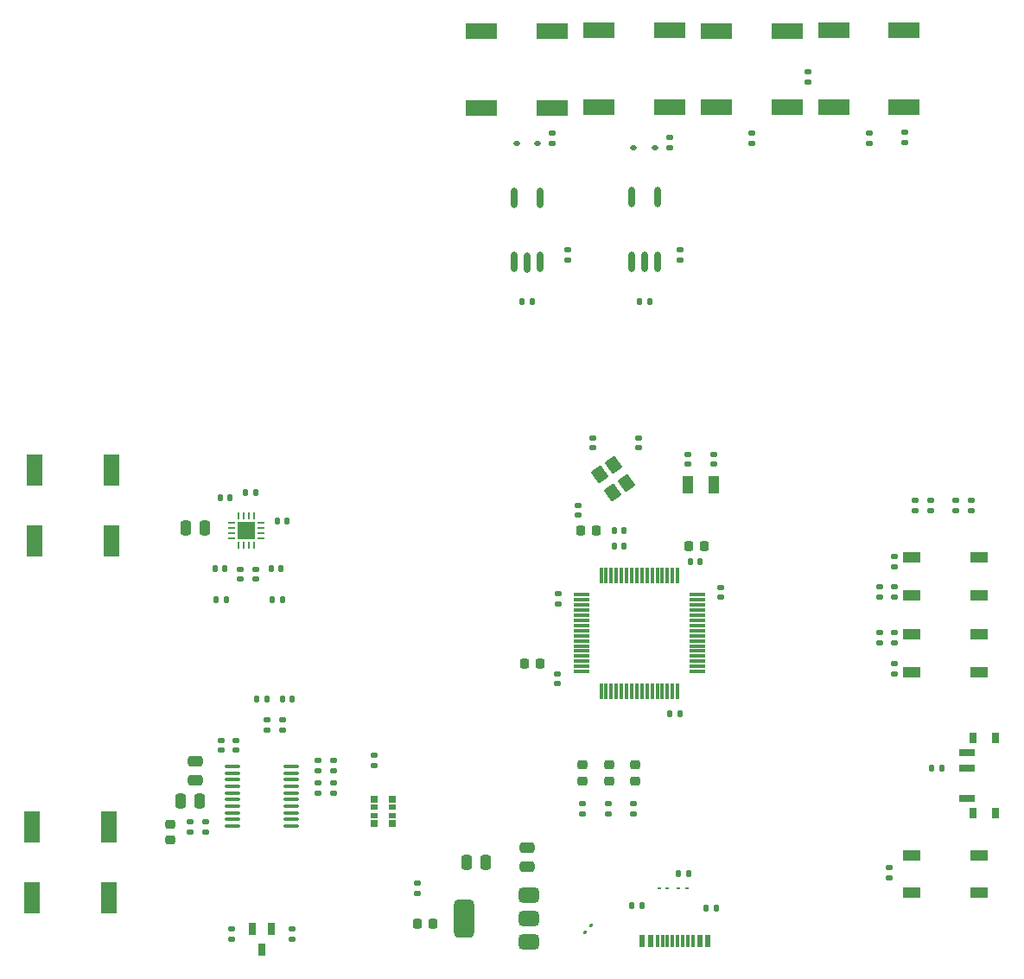
<source format=gtp>
G04 #@! TF.GenerationSoftware,KiCad,Pcbnew,8.0.5*
G04 #@! TF.CreationDate,2024-12-21T22:20:06-05:00*
G04 #@! TF.ProjectId,stm-midi-poc1,73746d2d-6d69-4646-992d-706f63312e6b,1*
G04 #@! TF.SameCoordinates,Original*
G04 #@! TF.FileFunction,Paste,Top*
G04 #@! TF.FilePolarity,Positive*
%FSLAX46Y46*%
G04 Gerber Fmt 4.6, Leading zero omitted, Abs format (unit mm)*
G04 Created by KiCad (PCBNEW 8.0.5) date 2024-12-21 22:20:06*
%MOMM*%
%LPD*%
G01*
G04 APERTURE LIST*
G04 Aperture macros list*
%AMRoundRect*
0 Rectangle with rounded corners*
0 $1 Rounding radius*
0 $2 $3 $4 $5 $6 $7 $8 $9 X,Y pos of 4 corners*
0 Add a 4 corners polygon primitive as box body*
4,1,4,$2,$3,$4,$5,$6,$7,$8,$9,$2,$3,0*
0 Add four circle primitives for the rounded corners*
1,1,$1+$1,$2,$3*
1,1,$1+$1,$4,$5*
1,1,$1+$1,$6,$7*
1,1,$1+$1,$8,$9*
0 Add four rect primitives between the rounded corners*
20,1,$1+$1,$2,$3,$4,$5,0*
20,1,$1+$1,$4,$5,$6,$7,0*
20,1,$1+$1,$6,$7,$8,$9,0*
20,1,$1+$1,$8,$9,$2,$3,0*%
%AMRotRect*
0 Rectangle, with rotation*
0 The origin of the aperture is its center*
0 $1 length*
0 $2 width*
0 $3 Rotation angle, in degrees counterclockwise*
0 Add horizontal line*
21,1,$1,$2,0,0,$3*%
G04 Aperture macros list end*
%ADD10RoundRect,0.075000X-0.075000X0.700000X-0.075000X-0.700000X0.075000X-0.700000X0.075000X0.700000X0*%
%ADD11RoundRect,0.075000X-0.700000X0.075000X-0.700000X-0.075000X0.700000X-0.075000X0.700000X0.075000X0*%
%ADD12RoundRect,0.140000X0.170000X-0.140000X0.170000X0.140000X-0.170000X0.140000X-0.170000X-0.140000X0*%
%ADD13R,3.100000X1.500000*%
%ADD14RoundRect,0.225000X-0.250000X0.225000X-0.250000X-0.225000X0.250000X-0.225000X0.250000X0.225000X0*%
%ADD15RoundRect,0.135000X-0.185000X0.135000X-0.185000X-0.135000X0.185000X-0.135000X0.185000X0.135000X0*%
%ADD16RoundRect,0.140000X0.140000X0.170000X-0.140000X0.170000X-0.140000X-0.170000X0.140000X-0.170000X0*%
%ADD17R,1.700000X1.000000*%
%ADD18RoundRect,0.100000X-0.637500X-0.100000X0.637500X-0.100000X0.637500X0.100000X-0.637500X0.100000X0*%
%ADD19RoundRect,0.135000X0.185000X-0.135000X0.185000X0.135000X-0.185000X0.135000X-0.185000X-0.135000X0*%
%ADD20R,0.700000X1.250000*%
%ADD21RoundRect,0.140000X-0.140000X-0.170000X0.140000X-0.170000X0.140000X0.170000X-0.140000X0.170000X0*%
%ADD22RoundRect,0.140000X-0.170000X0.140000X-0.170000X-0.140000X0.170000X-0.140000X0.170000X0.140000X0*%
%ADD23RoundRect,0.062500X0.117500X0.062500X-0.117500X0.062500X-0.117500X-0.062500X0.117500X-0.062500X0*%
%ADD24RoundRect,0.250000X-0.250000X-0.475000X0.250000X-0.475000X0.250000X0.475000X-0.250000X0.475000X0*%
%ADD25RoundRect,0.218750X0.256250X-0.218750X0.256250X0.218750X-0.256250X0.218750X-0.256250X-0.218750X0*%
%ADD26RoundRect,0.218750X0.218750X0.256250X-0.218750X0.256250X-0.218750X-0.256250X0.218750X-0.256250X0*%
%ADD27RotRect,1.400000X1.200000X125.000000*%
%ADD28R,1.000000X1.800000*%
%ADD29R,0.800000X1.000000*%
%ADD30R,1.500000X0.700000*%
%ADD31R,1.500000X3.100000*%
%ADD32RoundRect,0.225000X0.225000X0.250000X-0.225000X0.250000X-0.225000X-0.250000X0.225000X-0.250000X0*%
%ADD33R,0.280000X0.660000*%
%ADD34R,0.660000X0.280000*%
%ADD35R,1.750000X1.750000*%
%ADD36RoundRect,0.135000X0.135000X0.185000X-0.135000X0.185000X-0.135000X-0.185000X0.135000X-0.185000X0*%
%ADD37RoundRect,0.135000X-0.135000X-0.185000X0.135000X-0.185000X0.135000X0.185000X-0.135000X0.185000X0*%
%ADD38RoundRect,0.375000X0.625000X0.375000X-0.625000X0.375000X-0.625000X-0.375000X0.625000X-0.375000X0*%
%ADD39RoundRect,0.500000X0.500000X1.400000X-0.500000X1.400000X-0.500000X-1.400000X0.500000X-1.400000X0*%
%ADD40R,0.600000X1.150000*%
%ADD41R,0.300000X1.150000*%
%ADD42RoundRect,0.250000X0.475000X-0.250000X0.475000X0.250000X-0.475000X0.250000X-0.475000X-0.250000X0*%
%ADD43RoundRect,0.112500X0.187500X0.112500X-0.187500X0.112500X-0.187500X-0.112500X0.187500X-0.112500X0*%
%ADD44O,0.650000X2.000000*%
%ADD45RoundRect,0.250000X-0.475000X0.250000X-0.475000X-0.250000X0.475000X-0.250000X0.475000X0.250000X0*%
%ADD46RoundRect,0.250000X0.250000X0.475000X-0.250000X0.475000X-0.250000X-0.475000X0.250000X-0.475000X0*%
%ADD47RoundRect,0.225000X-0.225000X-0.250000X0.225000X-0.250000X0.225000X0.250000X-0.225000X0.250000X0*%
%ADD48RoundRect,0.062500X-0.117500X-0.062500X0.117500X-0.062500X0.117500X0.062500X-0.117500X0.062500X0*%
%ADD49R,0.800000X0.650000*%
%ADD50R,0.800000X0.500000*%
%ADD51RoundRect,0.218750X-0.218750X-0.256250X0.218750X-0.256250X0.218750X0.256250X-0.218750X0.256250X0*%
%ADD52RoundRect,0.062500X0.038891X0.127279X-0.127279X-0.038891X-0.038891X-0.127279X0.127279X0.038891X0*%
G04 APERTURE END LIST*
D10*
X174741181Y-94350976D03*
X174241181Y-94350976D03*
X173741181Y-94350976D03*
X173241181Y-94350976D03*
X172741181Y-94350976D03*
X172241181Y-94350976D03*
X171741181Y-94350976D03*
X171241181Y-94350976D03*
X170741181Y-94350976D03*
X170241181Y-94350976D03*
X169741181Y-94350976D03*
X169241181Y-94350976D03*
X168741181Y-94350976D03*
X168241181Y-94350976D03*
X167741181Y-94350976D03*
X167241181Y-94350976D03*
D11*
X165316181Y-96275976D03*
X165316181Y-96775976D03*
X165316181Y-97275976D03*
X165316181Y-97775976D03*
X165316181Y-98275976D03*
X165316181Y-98775976D03*
X165316181Y-99275976D03*
X165316181Y-99775976D03*
X165316181Y-100275976D03*
X165316181Y-100775976D03*
X165316181Y-101275976D03*
X165316181Y-101775976D03*
X165316181Y-102275976D03*
X165316181Y-102775976D03*
X165316181Y-103275976D03*
X165316181Y-103775976D03*
D10*
X167241181Y-105700976D03*
X167741181Y-105700976D03*
X168241181Y-105700976D03*
X168741181Y-105700976D03*
X169241181Y-105700976D03*
X169741181Y-105700976D03*
X170241181Y-105700976D03*
X170741181Y-105700976D03*
X171241181Y-105700976D03*
X171741181Y-105700976D03*
X172241181Y-105700976D03*
X172741181Y-105700976D03*
X173241181Y-105700976D03*
X173741181Y-105700976D03*
X174241181Y-105700976D03*
X174741181Y-105700976D03*
D11*
X176666181Y-103775976D03*
X176666181Y-103275976D03*
X176666181Y-102775976D03*
X176666181Y-102275976D03*
X176666181Y-101775976D03*
X176666181Y-101275976D03*
X176666181Y-100775976D03*
X176666181Y-100275976D03*
X176666181Y-99775976D03*
X176666181Y-99275976D03*
X176666181Y-98775976D03*
X176666181Y-98275976D03*
X176666181Y-97775976D03*
X176666181Y-97275976D03*
X176666181Y-96775976D03*
X176666181Y-96275976D03*
D12*
X175750000Y-83480000D03*
X175750000Y-82520000D03*
D13*
X167041181Y-48478476D03*
X167041181Y-40978476D03*
X173941181Y-40978476D03*
X173941181Y-48478476D03*
D12*
X163036385Y-97149799D03*
X163036385Y-96189799D03*
D14*
X125000000Y-118725000D03*
X125000000Y-120275000D03*
D15*
X196991181Y-50968472D03*
X196991181Y-51988472D03*
D16*
X134480000Y-106500000D03*
X133520000Y-106500000D03*
D17*
X204291181Y-103828476D03*
X197691181Y-103828476D03*
X204291181Y-100128476D03*
X197691181Y-100128476D03*
D16*
X171980000Y-67500000D03*
X171020000Y-67500000D03*
D18*
X131137500Y-113075000D03*
X131137500Y-113725000D03*
X131137500Y-114375000D03*
X131137500Y-115025000D03*
X131137500Y-115675000D03*
X131137500Y-116325000D03*
X131137500Y-116975000D03*
X131137500Y-117625000D03*
X131137500Y-118275000D03*
X131137500Y-118925000D03*
X136862500Y-118925000D03*
X136862500Y-118275000D03*
X136862500Y-117625000D03*
X136862500Y-116975000D03*
X136862500Y-116325000D03*
X136862500Y-115675000D03*
X136862500Y-115025000D03*
X136862500Y-114375000D03*
X136862500Y-113725000D03*
X136862500Y-113075000D03*
D19*
X203500000Y-88010000D03*
X203500000Y-86990000D03*
D20*
X134950000Y-129000000D03*
X133050000Y-129000000D03*
X134000000Y-131000000D03*
D21*
X136020000Y-106500000D03*
X136980000Y-106500000D03*
X168520000Y-91500000D03*
X169480000Y-91500000D03*
X168520000Y-90000000D03*
X169480000Y-90000000D03*
D22*
X139526545Y-114705054D03*
X139526545Y-115665054D03*
D23*
X172912313Y-125039289D03*
X173752313Y-125039289D03*
D24*
X154041181Y-122478476D03*
X155941181Y-122478476D03*
D22*
X195500000Y-123020000D03*
X195500000Y-123980000D03*
D16*
X130881181Y-86728476D03*
X129921181Y-86728476D03*
D25*
X170590006Y-114499994D03*
X170590006Y-112924994D03*
D19*
X134500000Y-109530000D03*
X134500000Y-108510000D03*
D26*
X166787500Y-90000000D03*
X165212500Y-90000000D03*
D27*
X169761869Y-85302133D03*
X168500000Y-83500000D03*
X167107443Y-84475081D03*
X168369312Y-86277214D03*
D28*
X178250000Y-85500000D03*
X175750000Y-85500000D03*
D15*
X145000000Y-111990000D03*
X145000000Y-113010000D03*
D22*
X139500000Y-112520000D03*
X139500000Y-113480000D03*
D12*
X131901181Y-94708476D03*
X131901181Y-93748476D03*
D29*
X203711181Y-117628476D03*
X205921181Y-117628476D03*
X203711181Y-110328476D03*
X205921181Y-110328476D03*
D30*
X203061181Y-116228476D03*
X203061181Y-113228476D03*
X203061181Y-111728476D03*
D22*
X128500000Y-118520000D03*
X128500000Y-119480000D03*
D12*
X170934656Y-81868607D03*
X170934656Y-80908607D03*
X178250000Y-83480000D03*
X178250000Y-82520000D03*
D16*
X135881181Y-93728476D03*
X134921181Y-93728476D03*
D31*
X118991181Y-125950000D03*
X111491181Y-125950000D03*
X111491181Y-119050000D03*
X118991181Y-119050000D03*
D32*
X161266181Y-103025976D03*
X159716181Y-103025976D03*
D33*
X131741181Y-91388476D03*
X132241181Y-91388476D03*
X132741181Y-91388476D03*
X133241181Y-91388476D03*
D34*
X133901181Y-90728476D03*
X133901181Y-90228476D03*
X133901181Y-89728476D03*
X133901181Y-89228476D03*
D33*
X133241181Y-88568476D03*
X132741181Y-88568476D03*
X132241181Y-88568476D03*
X131741181Y-88568476D03*
D34*
X131081181Y-89228476D03*
X131081181Y-89728476D03*
X131081181Y-90228476D03*
X131081181Y-90728476D03*
D35*
X132491181Y-89978476D03*
D19*
X187500000Y-46010000D03*
X187500000Y-44990000D03*
D15*
X170430006Y-116702494D03*
X170430006Y-117722494D03*
D36*
X136010000Y-96728476D03*
X134990000Y-96728476D03*
D15*
X198000000Y-86990000D03*
X198000000Y-88010000D03*
D19*
X194500000Y-100988476D03*
X194500000Y-99968476D03*
D31*
X119241181Y-90950000D03*
X111741181Y-90950000D03*
X111741181Y-84050000D03*
X119241181Y-84050000D03*
D19*
X136000000Y-109530000D03*
X136000000Y-108510000D03*
D16*
X174960000Y-107911823D03*
X174000000Y-107911823D03*
D37*
X171260000Y-126708964D03*
X170240000Y-126708964D03*
D17*
X197691181Y-92628476D03*
X204291181Y-92628476D03*
X197691181Y-96328476D03*
X204291181Y-96328476D03*
D38*
X160141181Y-130278476D03*
X160141181Y-127978476D03*
D39*
X153841181Y-127978476D03*
D38*
X160141181Y-125678476D03*
D22*
X196000000Y-99998476D03*
X196000000Y-100958476D03*
X141026545Y-114725054D03*
X141026545Y-115685054D03*
D40*
X171300000Y-130223476D03*
X172100000Y-130223476D03*
D41*
X173250000Y-130223476D03*
X174250000Y-130223476D03*
X174750000Y-130223476D03*
X175750000Y-130223476D03*
D40*
X177700000Y-130223476D03*
X176900000Y-130223476D03*
D41*
X176250000Y-130223476D03*
X175250000Y-130223476D03*
X173750000Y-130223476D03*
X172750000Y-130223476D03*
D21*
X176011181Y-93000000D03*
X176971181Y-93000000D03*
D42*
X159991181Y-122928476D03*
X159991181Y-121028476D03*
D16*
X160480000Y-67500000D03*
X159520000Y-67500000D03*
D12*
X130000000Y-111480000D03*
X130000000Y-110520000D03*
X131500000Y-111480000D03*
X131500000Y-110520000D03*
D15*
X196000000Y-102988476D03*
X196000000Y-104008476D03*
D19*
X202000000Y-88010000D03*
X202000000Y-86990000D03*
D13*
X190041181Y-48478472D03*
X190041181Y-40978472D03*
X196941181Y-40978472D03*
X196941181Y-48478472D03*
D12*
X166434656Y-81868607D03*
X166434656Y-80908607D03*
D22*
X141000000Y-112520000D03*
X141000000Y-113480000D03*
D43*
X161050000Y-52000000D03*
X158950000Y-52000000D03*
D15*
X194500000Y-95468476D03*
X194500000Y-96488476D03*
D21*
X135520000Y-89072263D03*
X136480000Y-89072263D03*
D19*
X164000000Y-63510000D03*
X164000000Y-62490000D03*
D24*
X126550000Y-89728476D03*
X128450000Y-89728476D03*
D44*
X161270000Y-57350000D03*
X158730000Y-57330000D03*
X158730000Y-63650000D03*
X160000000Y-63680000D03*
X161270000Y-63650000D03*
D37*
X129490000Y-96728476D03*
X130510000Y-96728476D03*
D22*
X178991181Y-95520000D03*
X178991181Y-96480000D03*
D16*
X133381181Y-86228476D03*
X132421181Y-86228476D03*
D37*
X174812381Y-123602739D03*
X175832381Y-123602739D03*
D15*
X167920006Y-116702494D03*
X167920006Y-117722494D03*
D12*
X196000000Y-96458476D03*
X196000000Y-95498476D03*
D36*
X178510000Y-127000000D03*
X177490000Y-127000000D03*
D15*
X162491181Y-51015976D03*
X162491181Y-52035976D03*
D44*
X172761181Y-57328476D03*
X170221181Y-57308476D03*
X170221181Y-63628476D03*
X171491181Y-63658476D03*
X172761181Y-63628476D03*
D13*
X155541181Y-48525976D03*
X155541181Y-41025976D03*
X162441181Y-41025976D03*
X162441181Y-48525976D03*
D12*
X137000000Y-129980000D03*
X137000000Y-129020000D03*
X133401181Y-94708476D03*
X133401181Y-93748476D03*
D45*
X127500000Y-112550000D03*
X127500000Y-114450000D03*
D15*
X199500000Y-86990000D03*
X199500000Y-88010000D03*
D22*
X127000000Y-118520000D03*
X127000000Y-119480000D03*
D12*
X165000000Y-88480000D03*
X165000000Y-87520000D03*
D19*
X196000000Y-93488476D03*
X196000000Y-92468476D03*
D46*
X127950000Y-116500000D03*
X126050000Y-116500000D03*
D22*
X131000000Y-129020000D03*
X131000000Y-129980000D03*
D47*
X175834375Y-91503996D03*
X177384375Y-91503996D03*
D13*
X178541181Y-48493096D03*
X178541181Y-40993096D03*
X185441181Y-40993096D03*
X185441181Y-48493096D03*
D15*
X165430006Y-116702494D03*
X165430006Y-117722494D03*
D25*
X168000006Y-114499994D03*
X168000006Y-112924994D03*
D48*
X175654331Y-125032299D03*
X174814331Y-125032299D03*
D49*
X146800000Y-118700000D03*
D50*
X146800000Y-117900000D03*
X146800000Y-117100000D03*
D49*
X146800000Y-116300000D03*
X145000000Y-116300000D03*
D50*
X145000000Y-117100000D03*
X145000000Y-117900000D03*
D49*
X145000000Y-118700000D03*
D43*
X172500000Y-52500000D03*
X170400000Y-52500000D03*
D19*
X175000000Y-63510000D03*
X175000000Y-62490000D03*
D25*
X165410006Y-114499994D03*
X165410006Y-112924994D03*
D15*
X193500000Y-50990000D03*
X193500000Y-52010000D03*
D17*
X197691181Y-121778476D03*
X204291181Y-121778476D03*
X197691181Y-125478476D03*
X204291181Y-125478476D03*
D21*
X129421181Y-93728476D03*
X130381181Y-93728476D03*
D15*
X182000000Y-50990000D03*
X182000000Y-52010000D03*
D12*
X163000000Y-104980000D03*
X163000000Y-104020000D03*
D37*
X199600834Y-113227220D03*
X200620834Y-113227220D03*
D19*
X149209778Y-125510000D03*
X149209778Y-124490000D03*
D51*
X149212500Y-128500000D03*
X150787500Y-128500000D03*
D15*
X173991181Y-51468476D03*
X173991181Y-52488476D03*
D52*
X165703015Y-129296985D03*
X166296985Y-128703015D03*
M02*

</source>
